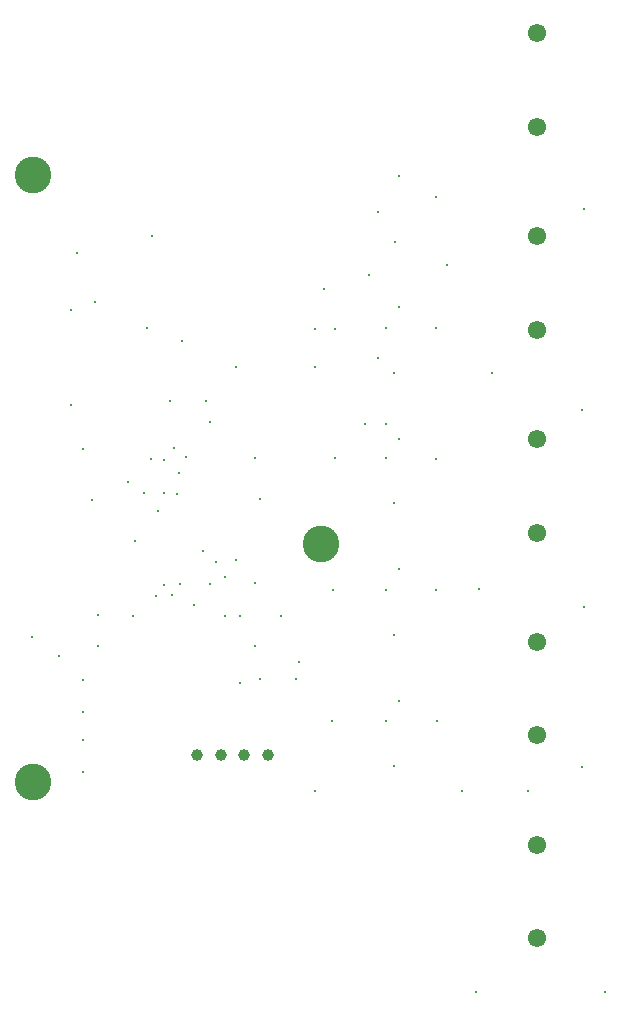
<source format=gbr>
%TF.GenerationSoftware,Altium Limited,Altium Designer,20.1.12 (249)*%
G04 Layer_Color=0*
%FSLAX26Y26*%
%MOIN*%
%TF.SameCoordinates,D7814EA1-E16B-4454-910B-2193EC0156EE*%
%TF.FilePolarity,Positive*%
%TF.FileFunction,Plated,1,4,PTH,Drill*%
%TF.Part,Single*%
G01*
G75*
%TA.AperFunction,OtherDrill,Pad Free-5 (1080mil,1590mil)*%
%ADD82C,0.122047*%
%TA.AperFunction,OtherDrill,Pad Free-5 (120mil,795mil)*%
%ADD83C,0.122047*%
%TA.AperFunction,OtherDrill,Pad Free-5 (120mil,2820mil)*%
%ADD84C,0.122047*%
%TA.AperFunction,ComponentDrill*%
%ADD85C,0.039370*%
%ADD86C,0.061024*%
%TA.AperFunction,ViaDrill,NotFilled*%
%ADD87C,0.010000*%
D82*
X1080000Y1590000D02*
D03*
D83*
X120000Y795000D02*
D03*
D84*
Y2820000D02*
D03*
D85*
X824370Y886654D02*
D03*
X745630D02*
D03*
X666890D02*
D03*
X903110D02*
D03*
D86*
X1800000Y1262274D02*
D03*
Y951250D02*
D03*
Y1938524D02*
D03*
Y1627500D02*
D03*
Y2614774D02*
D03*
Y2303750D02*
D03*
Y3291024D02*
D03*
Y2980000D02*
D03*
Y586024D02*
D03*
Y275000D02*
D03*
D87*
X500000Y2310000D02*
D03*
X512349Y1872349D02*
D03*
X575000Y2065000D02*
D03*
X695000D02*
D03*
X1325000Y2595000D02*
D03*
X655000Y1385000D02*
D03*
X436620Y1795961D02*
D03*
X315000Y1735000D02*
D03*
X490000Y1760000D02*
D03*
X555000D02*
D03*
X1119427Y1436250D02*
D03*
X1500000Y2520000D02*
D03*
X1955000Y1380000D02*
D03*
X730000Y1530000D02*
D03*
X760000Y1480000D02*
D03*
X605000Y1825000D02*
D03*
X2025000Y95000D02*
D03*
X1950000Y845000D02*
D03*
X685000Y1565000D02*
D03*
X1950000Y2035000D02*
D03*
X1955000Y2705000D02*
D03*
X795000Y1535000D02*
D03*
X1770000Y765000D02*
D03*
X1550000D02*
D03*
X1595000Y95000D02*
D03*
X1060000Y765000D02*
D03*
X1605000Y1440000D02*
D03*
X1650000Y2160000D02*
D03*
X795000Y2180000D02*
D03*
X615000Y2265000D02*
D03*
X1268750Y2208750D02*
D03*
X1060000Y2180000D02*
D03*
X1125355Y2307105D02*
D03*
X1060000Y2305000D02*
D03*
X1090000Y2440000D02*
D03*
X600000Y1755000D02*
D03*
X1270000Y2695000D02*
D03*
X1240000Y2485000D02*
D03*
X515000Y2615000D02*
D03*
X265000Y2560000D02*
D03*
X325000Y2395000D02*
D03*
X205000Y1215000D02*
D03*
X115000Y1280000D02*
D03*
X285000Y1905000D02*
D03*
X875000Y1740000D02*
D03*
X860000Y1875000D02*
D03*
X875000Y1140000D02*
D03*
X995000D02*
D03*
X1005000Y1195000D02*
D03*
X945000Y1350000D02*
D03*
X335591Y1249409D02*
D03*
Y1351772D02*
D03*
X454409Y1350591D02*
D03*
X530404Y1414597D02*
D03*
X608386Y1455000D02*
D03*
X557205Y1452795D02*
D03*
X582795Y1417795D02*
D03*
X285000Y830000D02*
D03*
Y935000D02*
D03*
Y1030000D02*
D03*
Y1135000D02*
D03*
X460000Y1600000D02*
D03*
X535000Y1700000D02*
D03*
X557230Y1870713D02*
D03*
X589313Y1909062D02*
D03*
X710000Y1995000D02*
D03*
X630000Y1880000D02*
D03*
X710000Y1455000D02*
D03*
X860000Y1460000D02*
D03*
X760000Y1350000D02*
D03*
X860000Y1250000D02*
D03*
X810000Y1350000D02*
D03*
Y1125000D02*
D03*
X245000Y2054183D02*
D03*
Y2369183D02*
D03*
X1295000Y1990000D02*
D03*
X1225000D02*
D03*
X1296875Y2310000D02*
D03*
X1295000Y1435000D02*
D03*
X1296562Y1875000D02*
D03*
X1125000D02*
D03*
X1115000Y1000000D02*
D03*
X1295000D02*
D03*
X1461705Y2745000D02*
D03*
Y2308750D02*
D03*
Y1873100D02*
D03*
Y1436250D02*
D03*
X1465000Y1000000D02*
D03*
X1324527Y2160000D02*
D03*
Y1725000D02*
D03*
Y1285000D02*
D03*
Y850000D02*
D03*
X1340000Y1066900D02*
D03*
Y1505000D02*
D03*
Y1940000D02*
D03*
Y2380000D02*
D03*
Y2815000D02*
D03*
%TF.MD5,3157ce1841f7a32b5e37f11b89b4868c*%
M02*

</source>
